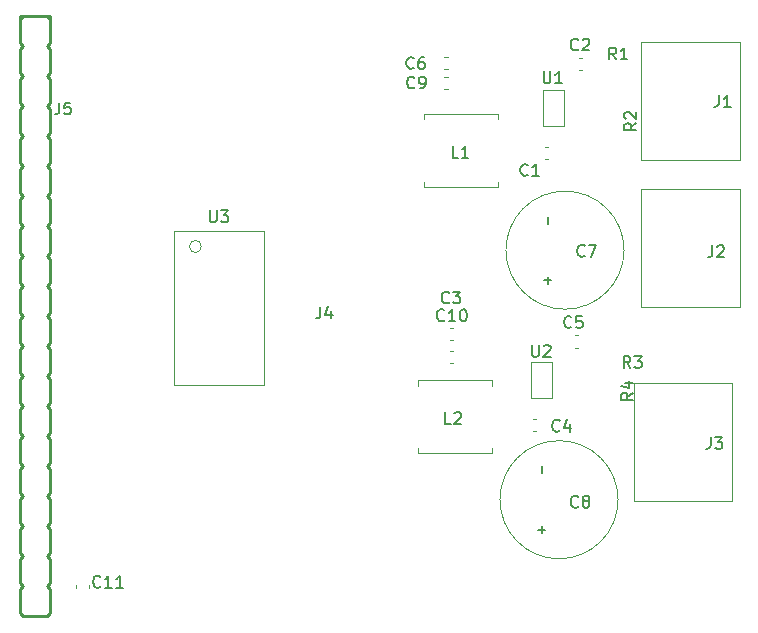
<source format=gto>
G04 #@! TF.GenerationSoftware,KiCad,Pcbnew,(6.0.2)*
G04 #@! TF.CreationDate,2022-11-08T17:00:34+01:00*
G04 #@! TF.ProjectId,PANEL_LED_HARDWARE,50414e45-4c5f-44c4-9544-5f4841524457,rev?*
G04 #@! TF.SameCoordinates,Original*
G04 #@! TF.FileFunction,Legend,Top*
G04 #@! TF.FilePolarity,Positive*
%FSLAX46Y46*%
G04 Gerber Fmt 4.6, Leading zero omitted, Abs format (unit mm)*
G04 Created by KiCad (PCBNEW (6.0.2)) date 2022-11-08 17:00:34*
%MOMM*%
%LPD*%
G01*
G04 APERTURE LIST*
%ADD10C,0.150000*%
%ADD11C,0.200000*%
%ADD12C,0.120000*%
%ADD13C,0.254000*%
G04 APERTURE END LIST*
D10*
X120033333Y-50307142D02*
X119985714Y-50354761D01*
X119842857Y-50402380D01*
X119747619Y-50402380D01*
X119604761Y-50354761D01*
X119509523Y-50259523D01*
X119461904Y-50164285D01*
X119414285Y-49973809D01*
X119414285Y-49830952D01*
X119461904Y-49640476D01*
X119509523Y-49545238D01*
X119604761Y-49450000D01*
X119747619Y-49402380D01*
X119842857Y-49402380D01*
X119985714Y-49450000D01*
X120033333Y-49497619D01*
X120890476Y-49402380D02*
X120700000Y-49402380D01*
X120604761Y-49450000D01*
X120557142Y-49497619D01*
X120461904Y-49640476D01*
X120414285Y-49830952D01*
X120414285Y-50211904D01*
X120461904Y-50307142D01*
X120509523Y-50354761D01*
X120604761Y-50402380D01*
X120795238Y-50402380D01*
X120890476Y-50354761D01*
X120938095Y-50307142D01*
X120985714Y-50211904D01*
X120985714Y-49973809D01*
X120938095Y-49878571D01*
X120890476Y-49830952D01*
X120795238Y-49783333D01*
X120604761Y-49783333D01*
X120509523Y-49830952D01*
X120461904Y-49878571D01*
X120414285Y-49973809D01*
X123033333Y-70157142D02*
X122985714Y-70204761D01*
X122842857Y-70252380D01*
X122747619Y-70252380D01*
X122604761Y-70204761D01*
X122509523Y-70109523D01*
X122461904Y-70014285D01*
X122414285Y-69823809D01*
X122414285Y-69680952D01*
X122461904Y-69490476D01*
X122509523Y-69395238D01*
X122604761Y-69300000D01*
X122747619Y-69252380D01*
X122842857Y-69252380D01*
X122985714Y-69300000D01*
X123033333Y-69347619D01*
X123366666Y-69252380D02*
X123985714Y-69252380D01*
X123652380Y-69633333D01*
X123795238Y-69633333D01*
X123890476Y-69680952D01*
X123938095Y-69728571D01*
X123985714Y-69823809D01*
X123985714Y-70061904D01*
X123938095Y-70157142D01*
X123890476Y-70204761D01*
X123795238Y-70252380D01*
X123509523Y-70252380D01*
X123414285Y-70204761D01*
X123366666Y-70157142D01*
X138587380Y-77826666D02*
X138111190Y-78160000D01*
X138587380Y-78398095D02*
X137587380Y-78398095D01*
X137587380Y-78017142D01*
X137635000Y-77921904D01*
X137682619Y-77874285D01*
X137777857Y-77826666D01*
X137920714Y-77826666D01*
X138015952Y-77874285D01*
X138063571Y-77921904D01*
X138111190Y-78017142D01*
X138111190Y-78398095D01*
X137920714Y-76969523D02*
X138587380Y-76969523D01*
X137539761Y-77207619D02*
X138254047Y-77445714D01*
X138254047Y-76826666D01*
X138872380Y-54976666D02*
X138396190Y-55310000D01*
X138872380Y-55548095D02*
X137872380Y-55548095D01*
X137872380Y-55167142D01*
X137920000Y-55071904D01*
X137967619Y-55024285D01*
X138062857Y-54976666D01*
X138205714Y-54976666D01*
X138300952Y-55024285D01*
X138348571Y-55071904D01*
X138396190Y-55167142D01*
X138396190Y-55548095D01*
X137967619Y-54595714D02*
X137920000Y-54548095D01*
X137872380Y-54452857D01*
X137872380Y-54214761D01*
X137920000Y-54119523D01*
X137967619Y-54071904D01*
X138062857Y-54024285D01*
X138158095Y-54024285D01*
X138300952Y-54071904D01*
X138872380Y-54643333D01*
X138872380Y-54024285D01*
X112125666Y-70523380D02*
X112125666Y-71237666D01*
X112078047Y-71380523D01*
X111982809Y-71475761D01*
X111839952Y-71523380D01*
X111744714Y-71523380D01*
X113030428Y-70856714D02*
X113030428Y-71523380D01*
X112792333Y-70475761D02*
X112554238Y-71190047D01*
X113173285Y-71190047D01*
X130043095Y-73777380D02*
X130043095Y-74586904D01*
X130090714Y-74682142D01*
X130138333Y-74729761D01*
X130233571Y-74777380D01*
X130424047Y-74777380D01*
X130519285Y-74729761D01*
X130566904Y-74682142D01*
X130614523Y-74586904D01*
X130614523Y-73777380D01*
X131043095Y-73872619D02*
X131090714Y-73825000D01*
X131185952Y-73777380D01*
X131424047Y-73777380D01*
X131519285Y-73825000D01*
X131566904Y-73872619D01*
X131614523Y-73967857D01*
X131614523Y-74063095D01*
X131566904Y-74205952D01*
X130995476Y-74777380D01*
X131614523Y-74777380D01*
X133378333Y-72222142D02*
X133330714Y-72269761D01*
X133187857Y-72317380D01*
X133092619Y-72317380D01*
X132949761Y-72269761D01*
X132854523Y-72174523D01*
X132806904Y-72079285D01*
X132759285Y-71888809D01*
X132759285Y-71745952D01*
X132806904Y-71555476D01*
X132854523Y-71460238D01*
X132949761Y-71365000D01*
X133092619Y-71317380D01*
X133187857Y-71317380D01*
X133330714Y-71365000D01*
X133378333Y-71412619D01*
X134283095Y-71317380D02*
X133806904Y-71317380D01*
X133759285Y-71793571D01*
X133806904Y-71745952D01*
X133902142Y-71698333D01*
X134140238Y-71698333D01*
X134235476Y-71745952D01*
X134283095Y-71793571D01*
X134330714Y-71888809D01*
X134330714Y-72126904D01*
X134283095Y-72222142D01*
X134235476Y-72269761D01*
X134140238Y-72317380D01*
X133902142Y-72317380D01*
X133806904Y-72269761D01*
X133759285Y-72222142D01*
X133957333Y-87435142D02*
X133909714Y-87482761D01*
X133766857Y-87530380D01*
X133671619Y-87530380D01*
X133528761Y-87482761D01*
X133433523Y-87387523D01*
X133385904Y-87292285D01*
X133338285Y-87101809D01*
X133338285Y-86958952D01*
X133385904Y-86768476D01*
X133433523Y-86673238D01*
X133528761Y-86578000D01*
X133671619Y-86530380D01*
X133766857Y-86530380D01*
X133909714Y-86578000D01*
X133957333Y-86625619D01*
X134528761Y-86958952D02*
X134433523Y-86911333D01*
X134385904Y-86863714D01*
X134338285Y-86768476D01*
X134338285Y-86720857D01*
X134385904Y-86625619D01*
X134433523Y-86578000D01*
X134528761Y-86530380D01*
X134719238Y-86530380D01*
X134814476Y-86578000D01*
X134862095Y-86625619D01*
X134909714Y-86720857D01*
X134909714Y-86768476D01*
X134862095Y-86863714D01*
X134814476Y-86911333D01*
X134719238Y-86958952D01*
X134528761Y-86958952D01*
X134433523Y-87006571D01*
X134385904Y-87054190D01*
X134338285Y-87149428D01*
X134338285Y-87339904D01*
X134385904Y-87435142D01*
X134433523Y-87482761D01*
X134528761Y-87530380D01*
X134719238Y-87530380D01*
X134814476Y-87482761D01*
X134862095Y-87435142D01*
X134909714Y-87339904D01*
X134909714Y-87149428D01*
X134862095Y-87054190D01*
X134814476Y-87006571D01*
X134719238Y-86958952D01*
D11*
X130867142Y-89712761D02*
X130867142Y-89103238D01*
X131171904Y-89408000D02*
X130562380Y-89408000D01*
X130867142Y-84632761D02*
X130867142Y-84023238D01*
D10*
X132383333Y-81007142D02*
X132335714Y-81054761D01*
X132192857Y-81102380D01*
X132097619Y-81102380D01*
X131954761Y-81054761D01*
X131859523Y-80959523D01*
X131811904Y-80864285D01*
X131764285Y-80673809D01*
X131764285Y-80530952D01*
X131811904Y-80340476D01*
X131859523Y-80245238D01*
X131954761Y-80150000D01*
X132097619Y-80102380D01*
X132192857Y-80102380D01*
X132335714Y-80150000D01*
X132383333Y-80197619D01*
X133240476Y-80435714D02*
X133240476Y-81102380D01*
X133002380Y-80054761D02*
X132764285Y-80769047D01*
X133383333Y-80769047D01*
X138383333Y-75702380D02*
X138050000Y-75226190D01*
X137811904Y-75702380D02*
X137811904Y-74702380D01*
X138192857Y-74702380D01*
X138288095Y-74750000D01*
X138335714Y-74797619D01*
X138383333Y-74892857D01*
X138383333Y-75035714D01*
X138335714Y-75130952D01*
X138288095Y-75178571D01*
X138192857Y-75226190D01*
X137811904Y-75226190D01*
X138716666Y-74702380D02*
X139335714Y-74702380D01*
X139002380Y-75083333D01*
X139145238Y-75083333D01*
X139240476Y-75130952D01*
X139288095Y-75178571D01*
X139335714Y-75273809D01*
X139335714Y-75511904D01*
X139288095Y-75607142D01*
X139240476Y-75654761D01*
X139145238Y-75702380D01*
X138859523Y-75702380D01*
X138764285Y-75654761D01*
X138716666Y-75607142D01*
X145296666Y-65342380D02*
X145296666Y-66056666D01*
X145249047Y-66199523D01*
X145153809Y-66294761D01*
X145010952Y-66342380D01*
X144915714Y-66342380D01*
X145725238Y-65437619D02*
X145772857Y-65390000D01*
X145868095Y-65342380D01*
X146106190Y-65342380D01*
X146201428Y-65390000D01*
X146249047Y-65437619D01*
X146296666Y-65532857D01*
X146296666Y-65628095D01*
X146249047Y-65770952D01*
X145677619Y-66342380D01*
X146296666Y-66342380D01*
X134503333Y-66197142D02*
X134455714Y-66244761D01*
X134312857Y-66292380D01*
X134217619Y-66292380D01*
X134074761Y-66244761D01*
X133979523Y-66149523D01*
X133931904Y-66054285D01*
X133884285Y-65863809D01*
X133884285Y-65720952D01*
X133931904Y-65530476D01*
X133979523Y-65435238D01*
X134074761Y-65340000D01*
X134217619Y-65292380D01*
X134312857Y-65292380D01*
X134455714Y-65340000D01*
X134503333Y-65387619D01*
X134836666Y-65292380D02*
X135503333Y-65292380D01*
X135074761Y-66292380D01*
D11*
X131373142Y-68584761D02*
X131373142Y-67975238D01*
X131677904Y-68280000D02*
X131068380Y-68280000D01*
X131373142Y-63504761D02*
X131373142Y-62895238D01*
D10*
X90006666Y-53242380D02*
X90006666Y-53956666D01*
X89959047Y-54099523D01*
X89863809Y-54194761D01*
X89720952Y-54242380D01*
X89625714Y-54242380D01*
X90959047Y-53242380D02*
X90482857Y-53242380D01*
X90435238Y-53718571D01*
X90482857Y-53670952D01*
X90578095Y-53623333D01*
X90816190Y-53623333D01*
X90911428Y-53670952D01*
X90959047Y-53718571D01*
X91006666Y-53813809D01*
X91006666Y-54051904D01*
X90959047Y-54147142D01*
X90911428Y-54194761D01*
X90816190Y-54242380D01*
X90578095Y-54242380D01*
X90482857Y-54194761D01*
X90435238Y-54147142D01*
X93507142Y-94207142D02*
X93459523Y-94254761D01*
X93316666Y-94302380D01*
X93221428Y-94302380D01*
X93078571Y-94254761D01*
X92983333Y-94159523D01*
X92935714Y-94064285D01*
X92888095Y-93873809D01*
X92888095Y-93730952D01*
X92935714Y-93540476D01*
X92983333Y-93445238D01*
X93078571Y-93350000D01*
X93221428Y-93302380D01*
X93316666Y-93302380D01*
X93459523Y-93350000D01*
X93507142Y-93397619D01*
X94459523Y-94302380D02*
X93888095Y-94302380D01*
X94173809Y-94302380D02*
X94173809Y-93302380D01*
X94078571Y-93445238D01*
X93983333Y-93540476D01*
X93888095Y-93588095D01*
X95411904Y-94302380D02*
X94840476Y-94302380D01*
X95126190Y-94302380D02*
X95126190Y-93302380D01*
X95030952Y-93445238D01*
X94935714Y-93540476D01*
X94840476Y-93588095D01*
X133953333Y-48727142D02*
X133905714Y-48774761D01*
X133762857Y-48822380D01*
X133667619Y-48822380D01*
X133524761Y-48774761D01*
X133429523Y-48679523D01*
X133381904Y-48584285D01*
X133334285Y-48393809D01*
X133334285Y-48250952D01*
X133381904Y-48060476D01*
X133429523Y-47965238D01*
X133524761Y-47870000D01*
X133667619Y-47822380D01*
X133762857Y-47822380D01*
X133905714Y-47870000D01*
X133953333Y-47917619D01*
X134334285Y-47917619D02*
X134381904Y-47870000D01*
X134477142Y-47822380D01*
X134715238Y-47822380D01*
X134810476Y-47870000D01*
X134858095Y-47917619D01*
X134905714Y-48012857D01*
X134905714Y-48108095D01*
X134858095Y-48250952D01*
X134286666Y-48822380D01*
X134905714Y-48822380D01*
X145856666Y-52622380D02*
X145856666Y-53336666D01*
X145809047Y-53479523D01*
X145713809Y-53574761D01*
X145570952Y-53622380D01*
X145475714Y-53622380D01*
X146856666Y-53622380D02*
X146285238Y-53622380D01*
X146570952Y-53622380D02*
X146570952Y-52622380D01*
X146475714Y-52765238D01*
X146380476Y-52860476D01*
X146285238Y-52908095D01*
X137173333Y-49587380D02*
X136840000Y-49111190D01*
X136601904Y-49587380D02*
X136601904Y-48587380D01*
X136982857Y-48587380D01*
X137078095Y-48635000D01*
X137125714Y-48682619D01*
X137173333Y-48777857D01*
X137173333Y-48920714D01*
X137125714Y-49015952D01*
X137078095Y-49063571D01*
X136982857Y-49111190D01*
X136601904Y-49111190D01*
X138125714Y-49587380D02*
X137554285Y-49587380D01*
X137840000Y-49587380D02*
X137840000Y-48587380D01*
X137744761Y-48730238D01*
X137649523Y-48825476D01*
X137554285Y-48873095D01*
X122607142Y-71657142D02*
X122559523Y-71704761D01*
X122416666Y-71752380D01*
X122321428Y-71752380D01*
X122178571Y-71704761D01*
X122083333Y-71609523D01*
X122035714Y-71514285D01*
X121988095Y-71323809D01*
X121988095Y-71180952D01*
X122035714Y-70990476D01*
X122083333Y-70895238D01*
X122178571Y-70800000D01*
X122321428Y-70752380D01*
X122416666Y-70752380D01*
X122559523Y-70800000D01*
X122607142Y-70847619D01*
X123559523Y-71752380D02*
X122988095Y-71752380D01*
X123273809Y-71752380D02*
X123273809Y-70752380D01*
X123178571Y-70895238D01*
X123083333Y-70990476D01*
X122988095Y-71038095D01*
X124178571Y-70752380D02*
X124273809Y-70752380D01*
X124369047Y-70800000D01*
X124416666Y-70847619D01*
X124464285Y-70942857D01*
X124511904Y-71133333D01*
X124511904Y-71371428D01*
X124464285Y-71561904D01*
X124416666Y-71657142D01*
X124369047Y-71704761D01*
X124273809Y-71752380D01*
X124178571Y-71752380D01*
X124083333Y-71704761D01*
X124035714Y-71657142D01*
X123988095Y-71561904D01*
X123940476Y-71371428D01*
X123940476Y-71133333D01*
X123988095Y-70942857D01*
X124035714Y-70847619D01*
X124083333Y-70800000D01*
X124178571Y-70752380D01*
X123198333Y-80467380D02*
X122722142Y-80467380D01*
X122722142Y-79467380D01*
X123484047Y-79562619D02*
X123531666Y-79515000D01*
X123626904Y-79467380D01*
X123865000Y-79467380D01*
X123960238Y-79515000D01*
X124007857Y-79562619D01*
X124055476Y-79657857D01*
X124055476Y-79753095D01*
X124007857Y-79895952D01*
X123436428Y-80467380D01*
X124055476Y-80467380D01*
X123793333Y-57922380D02*
X123317142Y-57922380D01*
X123317142Y-56922380D01*
X124650476Y-57922380D02*
X124079047Y-57922380D01*
X124364761Y-57922380D02*
X124364761Y-56922380D01*
X124269523Y-57065238D01*
X124174285Y-57160476D01*
X124079047Y-57208095D01*
X120083333Y-51957142D02*
X120035714Y-52004761D01*
X119892857Y-52052380D01*
X119797619Y-52052380D01*
X119654761Y-52004761D01*
X119559523Y-51909523D01*
X119511904Y-51814285D01*
X119464285Y-51623809D01*
X119464285Y-51480952D01*
X119511904Y-51290476D01*
X119559523Y-51195238D01*
X119654761Y-51100000D01*
X119797619Y-51052380D01*
X119892857Y-51052380D01*
X120035714Y-51100000D01*
X120083333Y-51147619D01*
X120559523Y-52052380D02*
X120750000Y-52052380D01*
X120845238Y-52004761D01*
X120892857Y-51957142D01*
X120988095Y-51814285D01*
X121035714Y-51623809D01*
X121035714Y-51242857D01*
X120988095Y-51147619D01*
X120940476Y-51100000D01*
X120845238Y-51052380D01*
X120654761Y-51052380D01*
X120559523Y-51100000D01*
X120511904Y-51147619D01*
X120464285Y-51242857D01*
X120464285Y-51480952D01*
X120511904Y-51576190D01*
X120559523Y-51623809D01*
X120654761Y-51671428D01*
X120845238Y-51671428D01*
X120940476Y-51623809D01*
X120988095Y-51576190D01*
X121035714Y-51480952D01*
X131023095Y-50602380D02*
X131023095Y-51411904D01*
X131070714Y-51507142D01*
X131118333Y-51554761D01*
X131213571Y-51602380D01*
X131404047Y-51602380D01*
X131499285Y-51554761D01*
X131546904Y-51507142D01*
X131594523Y-51411904D01*
X131594523Y-50602380D01*
X132594523Y-51602380D02*
X132023095Y-51602380D01*
X132308809Y-51602380D02*
X132308809Y-50602380D01*
X132213571Y-50745238D01*
X132118333Y-50840476D01*
X132023095Y-50888095D01*
X102771095Y-62377380D02*
X102771095Y-63186904D01*
X102818714Y-63282142D01*
X102866333Y-63329761D01*
X102961571Y-63377380D01*
X103152047Y-63377380D01*
X103247285Y-63329761D01*
X103294904Y-63282142D01*
X103342523Y-63186904D01*
X103342523Y-62377380D01*
X103723476Y-62377380D02*
X104342523Y-62377380D01*
X104009190Y-62758333D01*
X104152047Y-62758333D01*
X104247285Y-62805952D01*
X104294904Y-62853571D01*
X104342523Y-62948809D01*
X104342523Y-63186904D01*
X104294904Y-63282142D01*
X104247285Y-63329761D01*
X104152047Y-63377380D01*
X103866333Y-63377380D01*
X103771095Y-63329761D01*
X103723476Y-63282142D01*
X145166666Y-81562380D02*
X145166666Y-82276666D01*
X145119047Y-82419523D01*
X145023809Y-82514761D01*
X144880952Y-82562380D01*
X144785714Y-82562380D01*
X145547619Y-81562380D02*
X146166666Y-81562380D01*
X145833333Y-81943333D01*
X145976190Y-81943333D01*
X146071428Y-81990952D01*
X146119047Y-82038571D01*
X146166666Y-82133809D01*
X146166666Y-82371904D01*
X146119047Y-82467142D01*
X146071428Y-82514761D01*
X145976190Y-82562380D01*
X145690476Y-82562380D01*
X145595238Y-82514761D01*
X145547619Y-82467142D01*
X129683333Y-59357142D02*
X129635714Y-59404761D01*
X129492857Y-59452380D01*
X129397619Y-59452380D01*
X129254761Y-59404761D01*
X129159523Y-59309523D01*
X129111904Y-59214285D01*
X129064285Y-59023809D01*
X129064285Y-58880952D01*
X129111904Y-58690476D01*
X129159523Y-58595238D01*
X129254761Y-58500000D01*
X129397619Y-58452380D01*
X129492857Y-58452380D01*
X129635714Y-58500000D01*
X129683333Y-58547619D01*
X130635714Y-59452380D02*
X130064285Y-59452380D01*
X130350000Y-59452380D02*
X130350000Y-58452380D01*
X130254761Y-58595238D01*
X130159523Y-58690476D01*
X130064285Y-58738095D01*
D12*
X122634420Y-50410000D02*
X122915580Y-50410000D01*
X122634420Y-49390000D02*
X122915580Y-49390000D01*
X123109420Y-73360000D02*
X123390580Y-73360000D01*
X123109420Y-72340000D02*
X123390580Y-72340000D01*
X129965000Y-75225000D02*
X131715000Y-75225000D01*
X131715000Y-75225000D02*
X131715000Y-78275000D01*
X131715000Y-78275000D02*
X129965000Y-78275000D01*
X129965000Y-78275000D02*
X129965000Y-75225000D01*
X133955580Y-73985000D02*
X133674420Y-73985000D01*
X133955580Y-72965000D02*
X133674420Y-72965000D01*
X137334000Y-86868000D02*
G75*
G03*
X137334000Y-86868000I-5000000J0D01*
G01*
X130109420Y-81060000D02*
X130390580Y-81060000D01*
X130109420Y-80040000D02*
X130390580Y-80040000D01*
X147615000Y-60535000D02*
X139315000Y-60535000D01*
X139315000Y-60535000D02*
X139315000Y-70535000D01*
X139315000Y-70535000D02*
X147615000Y-70535000D01*
X147615000Y-70535000D02*
X147615000Y-60535000D01*
X137840000Y-65740000D02*
G75*
G03*
X137840000Y-65740000I-5000000J0D01*
G01*
D13*
X86914000Y-96750000D02*
X86660000Y-96496000D01*
X88946000Y-68810000D02*
X89200000Y-69064000D01*
X88946000Y-91670000D02*
X89200000Y-91924000D01*
X88946000Y-51030000D02*
X89200000Y-51284000D01*
X88946000Y-56110000D02*
X89200000Y-56364000D01*
X88946000Y-73890000D02*
X89200000Y-74144000D01*
X89200000Y-93956000D02*
X88946000Y-94210000D01*
X86914000Y-56110000D02*
X86660000Y-55856000D01*
X89200000Y-96496000D02*
X88946000Y-96750000D01*
X88946000Y-68810000D02*
X89200000Y-69064000D01*
X86660000Y-63984000D02*
X86914000Y-63730000D01*
X88946000Y-76430000D02*
X89200000Y-76684000D01*
X86914000Y-53570000D02*
X86660000Y-53316000D01*
X89200000Y-69064000D02*
X89200000Y-71096000D01*
X89200000Y-71096000D02*
X88946000Y-71350000D01*
X86660000Y-73636000D02*
X86660000Y-71604000D01*
X86914000Y-91670000D02*
X86660000Y-91416000D01*
X89200000Y-63984000D02*
X89200000Y-66016000D01*
X86660000Y-89384000D02*
X86914000Y-89130000D01*
X86660000Y-53824000D02*
X86914000Y-53570000D01*
X88946000Y-84050000D02*
X89200000Y-84304000D01*
X86660000Y-69064000D02*
X86914000Y-68810000D01*
X86660000Y-81764000D02*
X86914000Y-81510000D01*
X88946000Y-94210000D02*
X89200000Y-94464000D01*
X89200000Y-48744000D02*
X89200000Y-50776000D01*
X89200000Y-81256000D02*
X88946000Y-81510000D01*
X86660000Y-93956000D02*
X86660000Y-91924000D01*
X86660000Y-86336000D02*
X86660000Y-84304000D01*
X86914000Y-91670000D02*
X86660000Y-91416000D01*
X86914000Y-63730000D02*
X86660000Y-63476000D01*
X86660000Y-61444000D02*
X86914000Y-61190000D01*
X89200000Y-78716000D02*
X88946000Y-78970000D01*
X86660000Y-71096000D02*
X86660000Y-69064000D01*
X89200000Y-58904000D02*
X89200000Y-60936000D01*
X89200000Y-79224000D02*
X89200000Y-81256000D01*
X86660000Y-63476000D02*
X86660000Y-61444000D01*
X86660000Y-86336000D02*
X86660000Y-84304000D01*
X86660000Y-48744000D02*
X86914000Y-48490000D01*
X86914000Y-94210000D02*
X86660000Y-93956000D01*
X88946000Y-89130000D02*
X89200000Y-89384000D01*
X86660000Y-96496000D02*
X86660000Y-94464000D01*
X86660000Y-96496000D02*
X86660000Y-94464000D01*
X89200000Y-68556000D02*
X88946000Y-68810000D01*
X86660000Y-55856000D02*
X86660000Y-53824000D01*
X89200000Y-69064000D02*
X89200000Y-71096000D01*
X86914000Y-71350000D02*
X86660000Y-71096000D01*
X86914000Y-68810000D02*
X86660000Y-68556000D01*
X89200000Y-86336000D02*
X88946000Y-86590000D01*
X86660000Y-79224000D02*
X86914000Y-78970000D01*
X86660000Y-86844000D02*
X86914000Y-86590000D01*
X88946000Y-58650000D02*
X89200000Y-58904000D01*
X86914000Y-96750000D02*
X86660000Y-96496000D01*
X86914000Y-61190000D02*
X86660000Y-60936000D01*
X88946000Y-86590000D02*
X89200000Y-86844000D01*
X86914000Y-58650000D02*
X86660000Y-58396000D01*
X89200000Y-58396000D02*
X88946000Y-58650000D01*
X89200000Y-63984000D02*
X89200000Y-66016000D01*
X89200000Y-89384000D02*
X89200000Y-91416000D01*
X86660000Y-48236000D02*
X86660000Y-46458000D01*
X86914000Y-61190000D02*
X86660000Y-60936000D01*
X89200000Y-91416000D02*
X88946000Y-91670000D01*
X89200000Y-66524000D02*
X89200000Y-68556000D01*
X89200000Y-55856000D02*
X88946000Y-56110000D01*
X89200000Y-83796000D02*
X88946000Y-84050000D01*
X86914000Y-81510000D02*
X86660000Y-81256000D01*
X89200000Y-58904000D02*
X89200000Y-60936000D01*
X86660000Y-66016000D02*
X86660000Y-63984000D01*
X89200000Y-86336000D02*
X88946000Y-86590000D01*
X86660000Y-94464000D02*
X86914000Y-94210000D01*
X86660000Y-71096000D02*
X86660000Y-69064000D01*
X89200000Y-63476000D02*
X88946000Y-63730000D01*
X86660000Y-71604000D02*
X86914000Y-71350000D01*
X89200000Y-60936000D02*
X88946000Y-61190000D01*
X86914000Y-89130000D02*
X86660000Y-88876000D01*
X89200000Y-88876000D02*
X88946000Y-89130000D01*
X89200000Y-53316000D02*
X88946000Y-53570000D01*
X86914000Y-73890000D02*
X86660000Y-73636000D01*
X86660000Y-84304000D02*
X86914000Y-84050000D01*
X88946000Y-53570000D02*
X89200000Y-53824000D01*
X89200000Y-74144000D02*
X89200000Y-76176000D01*
X86660000Y-66016000D02*
X86660000Y-63984000D01*
X86660000Y-81256000D02*
X86660000Y-79224000D01*
X89200000Y-48236000D02*
X88946000Y-48490000D01*
X88946000Y-48490000D02*
X89200000Y-48744000D01*
X86660000Y-91924000D02*
X86914000Y-91670000D01*
X86914000Y-48490000D02*
X86660000Y-48236000D01*
X89200000Y-46204000D02*
X89200000Y-48236000D01*
X86660000Y-58904000D02*
X86914000Y-58650000D01*
X86914000Y-66270000D02*
X86660000Y-66016000D01*
X89200000Y-73636000D02*
X88946000Y-73890000D01*
X86660000Y-46458000D02*
X86660000Y-45950000D01*
X86914000Y-84050000D02*
X86660000Y-83796000D01*
X86660000Y-91416000D02*
X86660000Y-89384000D01*
X89200000Y-53824000D02*
X89200000Y-55856000D01*
X86660000Y-58396000D02*
X86660000Y-56364000D01*
X88946000Y-66270000D02*
X89200000Y-66524000D01*
X86660000Y-76176000D02*
X86914000Y-76430000D01*
X89200000Y-84304000D02*
X89200000Y-86336000D01*
X88946000Y-71350000D02*
X89200000Y-71604000D01*
X86914000Y-78970000D02*
X86660000Y-78716000D01*
X88946000Y-94210000D02*
X89200000Y-94464000D01*
X86660000Y-50776000D02*
X86914000Y-51030000D01*
X86660000Y-84304000D02*
X86914000Y-84050000D01*
X89200000Y-91924000D02*
X89200000Y-93956000D01*
X86914000Y-86590000D02*
X86660000Y-86336000D01*
X89200000Y-50776000D02*
X88946000Y-51030000D01*
X89200000Y-89384000D02*
X89200000Y-91416000D01*
X86660000Y-91416000D02*
X86660000Y-89384000D01*
X89200000Y-86844000D02*
X89200000Y-88876000D01*
X86660000Y-66524000D02*
X86914000Y-66270000D01*
X86660000Y-78716000D02*
X86660000Y-76684000D01*
X86660000Y-74144000D02*
X86914000Y-73890000D01*
X89200000Y-76176000D02*
X88946000Y-76430000D01*
X89200000Y-84304000D02*
X89200000Y-86336000D01*
X89200000Y-66016000D02*
X88946000Y-66270000D01*
X89200000Y-56364000D02*
X89200000Y-58396000D01*
X88946000Y-96750000D02*
X86914000Y-96750000D01*
X89200000Y-94464000D02*
X89200000Y-96496000D01*
X89200000Y-71096000D02*
X88946000Y-71350000D01*
X89200000Y-76684000D02*
X89200000Y-78716000D01*
X86660000Y-63984000D02*
X86914000Y-63730000D01*
X86660000Y-50776000D02*
X86660000Y-48744000D01*
X86660000Y-56364000D02*
X86914000Y-56110000D01*
X86660000Y-76176000D02*
X86660000Y-74144000D01*
X88946000Y-89130000D02*
X89200000Y-89384000D01*
X89200000Y-61444000D02*
X89200000Y-63476000D01*
X86660000Y-88876000D02*
X86660000Y-86844000D01*
X88946000Y-58650000D02*
X89200000Y-58904000D01*
X89200000Y-45950000D02*
X89200000Y-46204000D01*
X86914000Y-66270000D02*
X86660000Y-66016000D01*
X89200000Y-96496000D02*
X88946000Y-96750000D01*
X88946000Y-78970000D02*
X89200000Y-79224000D01*
X86660000Y-94464000D02*
X86914000Y-94210000D01*
X88946000Y-84050000D02*
X89200000Y-84304000D01*
X88946000Y-81510000D02*
X89200000Y-81764000D01*
X89200000Y-45950000D02*
X86660000Y-45950000D01*
X86660000Y-60936000D02*
X86660000Y-58904000D01*
X86660000Y-60936000D02*
X86660000Y-58904000D01*
X88946000Y-63730000D02*
X89200000Y-63984000D01*
X86660000Y-46204000D02*
X86914000Y-45950000D01*
X89200000Y-71604000D02*
X89200000Y-73636000D01*
X86660000Y-89384000D02*
X86914000Y-89130000D01*
X89200000Y-94464000D02*
X89200000Y-96496000D01*
X88946000Y-63730000D02*
X89200000Y-63984000D01*
X86660000Y-53316000D02*
X86660000Y-51284000D01*
X86914000Y-76430000D02*
X86660000Y-76684000D01*
X89200000Y-51284000D02*
X89200000Y-53316000D01*
X88946000Y-45950000D02*
X89200000Y-46204000D01*
X86660000Y-69064000D02*
X86914000Y-68810000D01*
X89200000Y-60936000D02*
X88946000Y-61190000D01*
X89200000Y-91416000D02*
X88946000Y-91670000D01*
X86914000Y-71350000D02*
X86660000Y-71096000D01*
X86914000Y-86590000D02*
X86660000Y-86336000D01*
X86660000Y-58904000D02*
X86914000Y-58650000D01*
X88946000Y-61190000D02*
X89200000Y-61444000D01*
X89200000Y-81764000D02*
X89200000Y-83796000D01*
X89200000Y-66016000D02*
X88946000Y-66270000D01*
X86660000Y-83796000D02*
X86660000Y-81764000D01*
X86660000Y-68556000D02*
X86660000Y-66524000D01*
X86914000Y-51030000D02*
X86660000Y-51284000D01*
D12*
X92500000Y-94079420D02*
X92500000Y-94360580D01*
X91480000Y-94079420D02*
X91480000Y-94360580D01*
X134300580Y-49430000D02*
X134019420Y-49430000D01*
X134300580Y-50450000D02*
X134019420Y-50450000D01*
X147615000Y-48105000D02*
X139315000Y-48105000D01*
X139315000Y-48105000D02*
X139315000Y-58105000D01*
X139315000Y-58105000D02*
X147615000Y-58105000D01*
X147615000Y-58105000D02*
X147615000Y-48105000D01*
X123114420Y-74315000D02*
X123395580Y-74315000D01*
X123114420Y-75335000D02*
X123395580Y-75335000D01*
X120430000Y-76755000D02*
X120430000Y-77205000D01*
X126630000Y-76755000D02*
X126630000Y-77205000D01*
X120430000Y-82955000D02*
X120430000Y-82505000D01*
X126630000Y-82955000D02*
X126630000Y-82505000D01*
X120430000Y-76755000D02*
X126630000Y-76755000D01*
X126630000Y-82955000D02*
X120430000Y-82955000D01*
X120930000Y-54200000D02*
X120930000Y-54650000D01*
X127130000Y-54200000D02*
X127130000Y-54650000D01*
X120930000Y-54200000D02*
X127130000Y-54200000D01*
X120930000Y-60400000D02*
X120930000Y-59950000D01*
X127130000Y-60400000D02*
X120930000Y-60400000D01*
X127130000Y-60400000D02*
X127130000Y-59950000D01*
X122629420Y-51060000D02*
X122910580Y-51060000D01*
X122629420Y-52080000D02*
X122910580Y-52080000D01*
X130985000Y-52170000D02*
X132735000Y-52170000D01*
X132735000Y-52170000D02*
X132735000Y-55220000D01*
X132735000Y-55220000D02*
X130985000Y-55220000D01*
X130985000Y-55220000D02*
X130985000Y-52170000D01*
X102053500Y-65425000D02*
G75*
G03*
X102053500Y-65425000I-508000J0D01*
G01*
X107377500Y-64155000D02*
X99777500Y-64155000D01*
X99777500Y-64155000D02*
X99777500Y-77155000D01*
X99777500Y-77155000D02*
X107377500Y-77155000D01*
X107377500Y-77155000D02*
X107377500Y-64155000D01*
X146955000Y-76945000D02*
X138655000Y-76945000D01*
X138655000Y-76945000D02*
X138655000Y-86945000D01*
X138655000Y-86945000D02*
X146955000Y-86945000D01*
X146955000Y-86945000D02*
X146955000Y-76945000D01*
X131134420Y-58010000D02*
X131415580Y-58010000D01*
X131134420Y-56990000D02*
X131415580Y-56990000D01*
M02*

</source>
